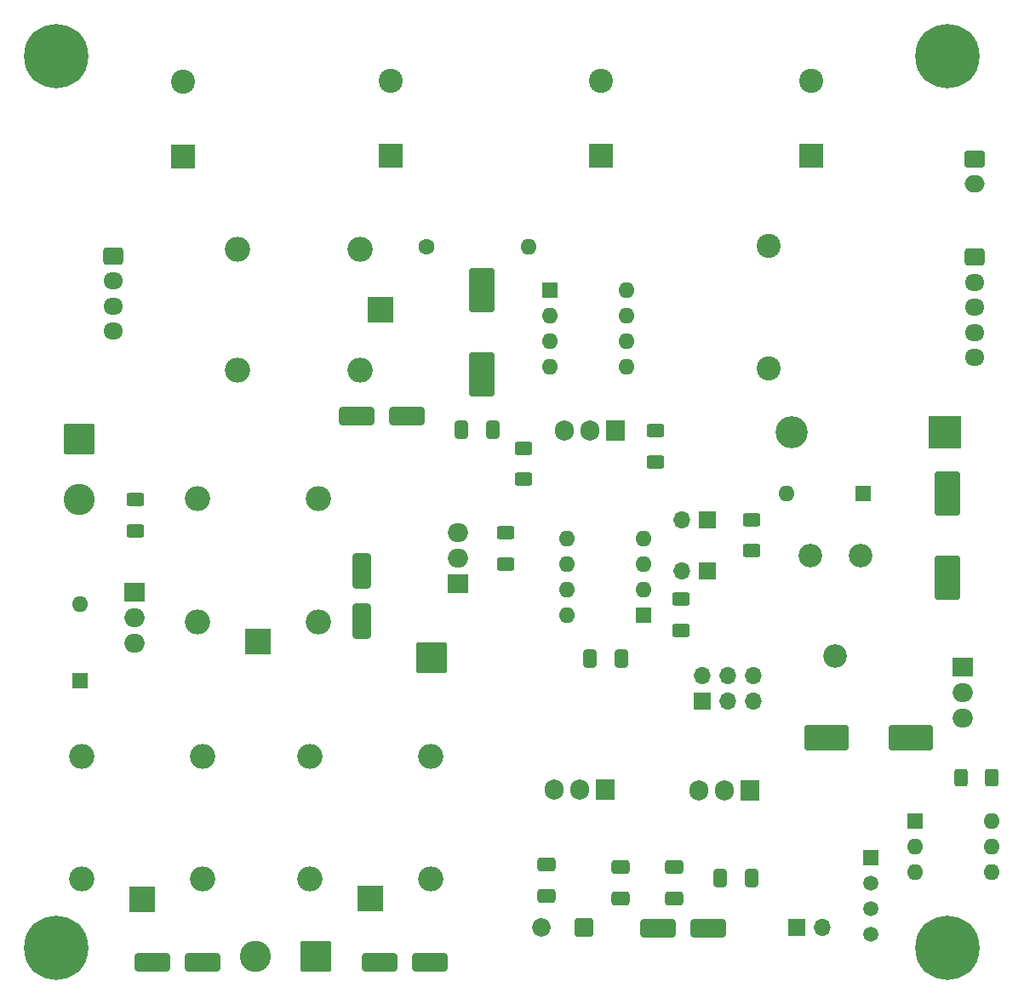
<source format=gts>
%TF.GenerationSoftware,KiCad,Pcbnew,8.0.2-8.0.2-0~ubuntu24.04.1*%
%TF.CreationDate,2024-05-08T13:27:02+02:00*%
%TF.ProjectId,astrobox_power,61737472-6f62-46f7-985f-706f7765722e,3*%
%TF.SameCoordinates,Original*%
%TF.FileFunction,Soldermask,Top*%
%TF.FilePolarity,Negative*%
%FSLAX46Y46*%
G04 Gerber Fmt 4.6, Leading zero omitted, Abs format (unit mm)*
G04 Created by KiCad (PCBNEW 8.0.2-8.0.2-0~ubuntu24.04.1) date 2024-05-08 13:27:02*
%MOMM*%
%LPD*%
G01*
G04 APERTURE LIST*
G04 Aperture macros list*
%AMRoundRect*
0 Rectangle with rounded corners*
0 $1 Rounding radius*
0 $2 $3 $4 $5 $6 $7 $8 $9 X,Y pos of 4 corners*
0 Add a 4 corners polygon primitive as box body*
4,1,4,$2,$3,$4,$5,$6,$7,$8,$9,$2,$3,0*
0 Add four circle primitives for the rounded corners*
1,1,$1+$1,$2,$3*
1,1,$1+$1,$4,$5*
1,1,$1+$1,$6,$7*
1,1,$1+$1,$8,$9*
0 Add four rect primitives between the rounded corners*
20,1,$1+$1,$2,$3,$4,$5,0*
20,1,$1+$1,$4,$5,$6,$7,0*
20,1,$1+$1,$6,$7,$8,$9,0*
20,1,$1+$1,$8,$9,$2,$3,0*%
G04 Aperture macros list end*
%ADD10R,1.700000X1.700000*%
%ADD11O,1.700000X1.700000*%
%ADD12RoundRect,0.250000X-0.625000X0.400000X-0.625000X-0.400000X0.625000X-0.400000X0.625000X0.400000X0*%
%ADD13R,2.500000X2.500000*%
%ADD14O,2.500000X2.500000*%
%ADD15C,6.400000*%
%ADD16R,1.600000X1.600000*%
%ADD17O,1.600000X1.600000*%
%ADD18RoundRect,0.250000X0.625000X-0.400000X0.625000X0.400000X-0.625000X0.400000X-0.625000X-0.400000X0*%
%ADD19R,1.905000X2.000000*%
%ADD20O,1.905000X2.000000*%
%ADD21C,2.340000*%
%ADD22RoundRect,0.249999X1.300001X1.300001X-1.300001X1.300001X-1.300001X-1.300001X1.300001X-1.300001X0*%
%ADD23C,3.100000*%
%ADD24RoundRect,0.249999X-1.300001X-1.300001X1.300001X-1.300001X1.300001X1.300001X-1.300001X1.300001X0*%
%ADD25RoundRect,0.250000X1.500000X0.650000X-1.500000X0.650000X-1.500000X-0.650000X1.500000X-0.650000X0*%
%ADD26R,2.400000X2.400000*%
%ADD27C,2.400000*%
%ADD28RoundRect,0.250000X-1.950000X-1.000000X1.950000X-1.000000X1.950000X1.000000X-1.950000X1.000000X0*%
%ADD29RoundRect,0.250000X0.675000X0.675000X-0.675000X0.675000X-0.675000X-0.675000X0.675000X-0.675000X0*%
%ADD30C,1.850000*%
%ADD31RoundRect,0.250000X-1.000000X1.950000X-1.000000X-1.950000X1.000000X-1.950000X1.000000X1.950000X0*%
%ADD32RoundRect,0.250000X-0.650000X0.412500X-0.650000X-0.412500X0.650000X-0.412500X0.650000X0.412500X0*%
%ADD33RoundRect,0.250000X-0.725000X0.600000X-0.725000X-0.600000X0.725000X-0.600000X0.725000X0.600000X0*%
%ADD34O,1.950000X1.700000*%
%ADD35RoundRect,0.250000X0.650000X-0.412500X0.650000X0.412500X-0.650000X0.412500X-0.650000X-0.412500X0*%
%ADD36R,3.200000X3.200000*%
%ADD37O,3.200000X3.200000*%
%ADD38R,2.000000X1.905000*%
%ADD39O,2.000000X1.905000*%
%ADD40RoundRect,0.250000X-1.500000X-0.650000X1.500000X-0.650000X1.500000X0.650000X-1.500000X0.650000X0*%
%ADD41RoundRect,0.250000X-0.750000X0.600000X-0.750000X-0.600000X0.750000X-0.600000X0.750000X0.600000X0*%
%ADD42O,2.000000X1.700000*%
%ADD43RoundRect,0.249999X-1.300001X1.300001X-1.300001X-1.300001X1.300001X-1.300001X1.300001X1.300001X0*%
%ADD44RoundRect,0.250000X-0.412500X-0.650000X0.412500X-0.650000X0.412500X0.650000X-0.412500X0.650000X0*%
%ADD45C,1.600000*%
%ADD46RoundRect,0.250000X0.400000X0.625000X-0.400000X0.625000X-0.400000X-0.625000X0.400000X-0.625000X0*%
%ADD47R,1.500000X1.500000*%
%ADD48C,1.500000*%
%ADD49RoundRect,0.250000X-0.650000X1.500000X-0.650000X-1.500000X0.650000X-1.500000X0.650000X1.500000X0*%
%ADD50RoundRect,0.250000X0.412500X0.650000X-0.412500X0.650000X-0.412500X-0.650000X0.412500X-0.650000X0*%
G04 APERTURE END LIST*
D10*
X138120000Y-92400000D03*
D11*
X135580000Y-92400000D03*
D12*
X118110000Y-93700000D03*
X118110000Y-96800000D03*
D13*
X81920000Y-130127500D03*
D14*
X87920000Y-128127500D03*
X87920000Y-115927500D03*
X75920000Y-115927500D03*
X75920000Y-128127500D03*
D15*
X162000000Y-46228000D03*
D16*
X122514200Y-69555200D03*
D17*
X122514200Y-72095200D03*
X122514200Y-74635200D03*
X122514200Y-77175200D03*
X130134200Y-77175200D03*
X130134200Y-74635200D03*
X130134200Y-72095200D03*
X130134200Y-69555200D03*
D18*
X142575000Y-95475000D03*
X142575000Y-92375000D03*
D19*
X127975000Y-119275000D03*
D20*
X125435000Y-119275000D03*
X122895000Y-119275000D03*
D12*
X135483600Y-100278600D03*
X135483600Y-103378600D03*
D16*
X75742800Y-108407200D03*
D17*
X75742800Y-100787200D03*
D15*
X73406000Y-46228000D03*
D16*
X153593800Y-89738200D03*
D17*
X145973800Y-89738200D03*
D21*
X148353000Y-95965000D03*
X150853000Y-105965000D03*
X153353000Y-95965000D03*
D22*
X99212400Y-135813800D03*
D23*
X93212400Y-135813800D03*
D19*
X129006600Y-83540600D03*
D20*
X126466600Y-83540600D03*
X123926600Y-83540600D03*
D13*
X104620000Y-130100000D03*
D14*
X110620000Y-128100000D03*
X110620000Y-115900000D03*
X98620000Y-115900000D03*
X98620000Y-128100000D03*
D12*
X132969000Y-83540600D03*
X132969000Y-86640600D03*
D24*
X110675000Y-106150000D03*
D13*
X105614600Y-71470000D03*
D14*
X103614600Y-65470000D03*
X91414600Y-65470000D03*
X91414600Y-77470000D03*
X103614600Y-77470000D03*
D25*
X138225000Y-133025000D03*
X133225000Y-133025000D03*
D16*
X158836200Y-122417600D03*
D17*
X158836200Y-124957600D03*
X158836200Y-127497600D03*
X166456200Y-127497600D03*
X166456200Y-124957600D03*
X166456200Y-122417600D03*
D26*
X127584200Y-56182780D03*
D27*
X127584200Y-48682780D03*
D28*
X149952600Y-114096800D03*
X158352600Y-114096800D03*
D12*
X119862600Y-85267800D03*
X119862600Y-88367800D03*
D29*
X125820000Y-133000000D03*
D30*
X121620000Y-133000000D03*
D31*
X162026600Y-89780000D03*
X162026600Y-98180000D03*
D32*
X134874000Y-126961500D03*
X134874000Y-130086500D03*
D26*
X85949400Y-56260600D03*
D27*
X85949400Y-48760600D03*
D33*
X79075000Y-66125000D03*
D34*
X79075000Y-68625000D03*
X79075000Y-71125000D03*
X79075000Y-73625000D03*
D12*
X81280000Y-90398000D03*
X81280000Y-93498000D03*
D26*
X106680000Y-56184800D03*
D27*
X106680000Y-48684800D03*
D35*
X129540000Y-130048000D03*
X129540000Y-126923000D03*
D36*
X161721800Y-83642200D03*
D37*
X146481800Y-83642200D03*
D38*
X81175000Y-99560000D03*
D39*
X81175000Y-102100000D03*
X81175000Y-104640000D03*
D40*
X103240200Y-82067400D03*
X108240200Y-82067400D03*
D41*
X164710600Y-56484200D03*
D42*
X164710600Y-58984200D03*
D10*
X137668000Y-110464600D03*
D11*
X137668000Y-107924600D03*
X140208000Y-110464600D03*
X140208000Y-107924600D03*
X142748000Y-110464600D03*
X142748000Y-107924600D03*
D27*
X144221200Y-65121600D03*
X144221200Y-77321600D03*
D32*
X122174000Y-126707500D03*
X122174000Y-129832500D03*
D19*
X142365000Y-119300000D03*
D20*
X139825000Y-119300000D03*
X137285000Y-119300000D03*
D26*
X148463000Y-56182780D03*
D27*
X148463000Y-48682780D03*
D43*
X75620000Y-84400000D03*
D23*
X75620000Y-90400000D03*
D31*
X115671600Y-69561600D03*
X115671600Y-77961600D03*
D15*
X73406000Y-135000000D03*
D13*
X93420000Y-104527500D03*
D14*
X99420000Y-102527500D03*
X99420000Y-90327500D03*
X87420000Y-90327500D03*
X87420000Y-102527500D03*
D44*
X139407500Y-128016000D03*
X142532500Y-128016000D03*
D45*
X110210600Y-65201800D03*
D17*
X120370600Y-65201800D03*
D10*
X138120000Y-97500000D03*
D11*
X135580000Y-97500000D03*
D15*
X162000000Y-135000000D03*
D38*
X113320000Y-98780000D03*
D39*
X113320000Y-96240000D03*
X113320000Y-93700000D03*
D40*
X82950000Y-136425000D03*
X87950000Y-136425000D03*
D38*
X163550600Y-107086400D03*
D39*
X163550600Y-109626400D03*
X163550600Y-112166400D03*
D10*
X147045000Y-133000000D03*
D11*
X149585000Y-133000000D03*
D44*
X126453500Y-106172000D03*
X129578500Y-106172000D03*
D40*
X105500000Y-136400000D03*
X110500000Y-136400000D03*
D46*
X166446800Y-118033800D03*
X163346800Y-118033800D03*
D47*
X154427900Y-125979900D03*
D48*
X154427900Y-128519900D03*
X154427900Y-131059900D03*
X154427900Y-133599900D03*
D16*
X131820000Y-101900000D03*
D17*
X131820000Y-99360000D03*
X131820000Y-96820000D03*
X131820000Y-94280000D03*
X124200000Y-94280000D03*
X124200000Y-96820000D03*
X124200000Y-99360000D03*
X124200000Y-101900000D03*
D49*
X103775000Y-97500000D03*
X103775000Y-102500000D03*
D50*
X116776900Y-83439000D03*
X113651900Y-83439000D03*
D33*
X164710600Y-66272400D03*
D34*
X164710600Y-68772400D03*
X164710600Y-71272400D03*
X164710600Y-73772400D03*
X164710600Y-76272400D03*
M02*

</source>
